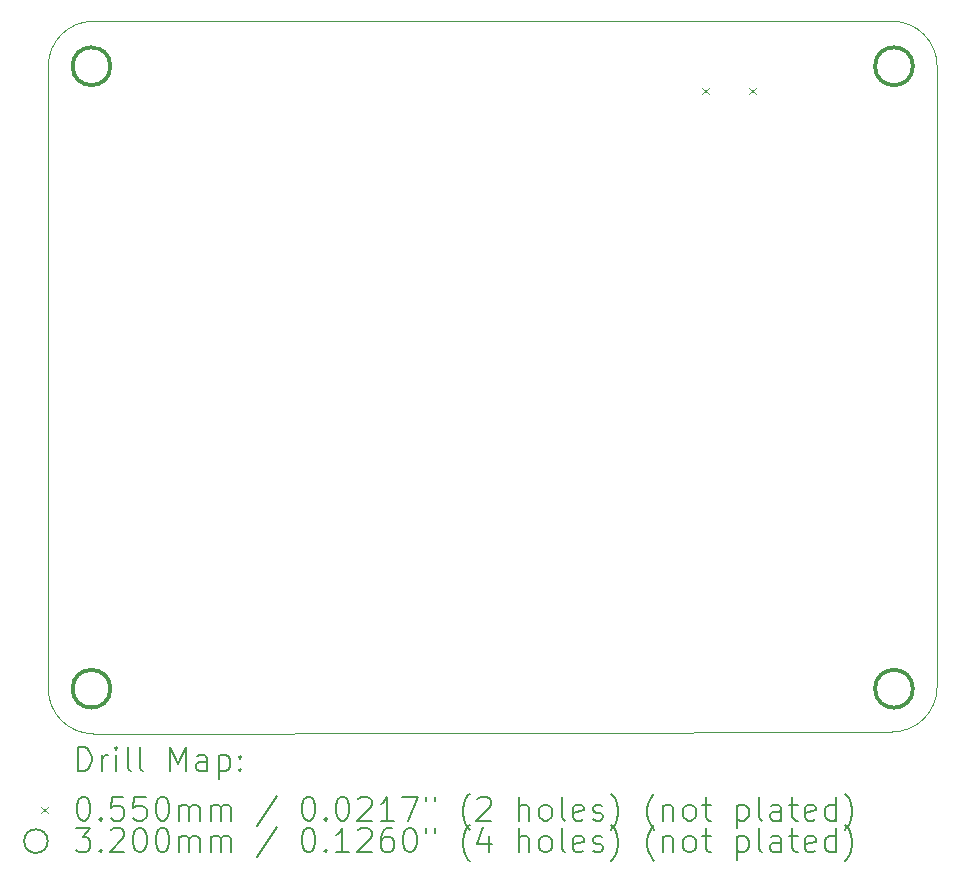
<source format=gbr>
%FSLAX45Y45*%
G04 Gerber Fmt 4.5, Leading zero omitted, Abs format (unit mm)*
G04 Created by KiCad (PCBNEW (6.0.0)) date 2022-03-13 20:46:12*
%MOMM*%
%LPD*%
G01*
G04 APERTURE LIST*
%TA.AperFunction,Profile*%
%ADD10C,0.100000*%
%TD*%
%ADD11C,0.200000*%
%ADD12C,0.055000*%
%ADD13C,0.320000*%
G04 APERTURE END LIST*
D10*
X7414092Y0D02*
G75*
G03*
X7033092Y381000I-381000J0D01*
G01*
X269408Y381000D02*
G75*
G03*
X-111592Y0I0J-381000D01*
G01*
X7033092Y-5636092D02*
X269408Y-5651500D01*
X7033092Y-5636092D02*
G75*
G03*
X7414092Y-5255092I0J381000D01*
G01*
X-111592Y-5270500D02*
X-111592Y0D01*
X269408Y381000D02*
X7033092Y381000D01*
X7414092Y-5255092D02*
X7414092Y0D01*
X-111592Y-5270500D02*
G75*
G03*
X269408Y-5651500I381000J0D01*
G01*
D11*
D12*
X5424000Y-184000D02*
X5479000Y-239000D01*
X5479000Y-184000D02*
X5424000Y-239000D01*
X5824000Y-184000D02*
X5879000Y-239000D01*
X5879000Y-184000D02*
X5824000Y-239000D01*
D13*
X414000Y0D02*
G75*
G03*
X414000Y0I-160000J0D01*
G01*
X414000Y-5270500D02*
G75*
G03*
X414000Y-5270500I-160000J0D01*
G01*
X7208500Y0D02*
G75*
G03*
X7208500Y0I-160000J0D01*
G01*
X7208500Y-5270500D02*
G75*
G03*
X7208500Y-5270500I-160000J0D01*
G01*
D11*
X141027Y-5966976D02*
X141027Y-5766976D01*
X188646Y-5766976D01*
X217217Y-5776500D01*
X236265Y-5795548D01*
X245789Y-5814595D01*
X255312Y-5852690D01*
X255312Y-5881262D01*
X245789Y-5919357D01*
X236265Y-5938405D01*
X217217Y-5957452D01*
X188646Y-5966976D01*
X141027Y-5966976D01*
X341027Y-5966976D02*
X341027Y-5833643D01*
X341027Y-5871738D02*
X350550Y-5852690D01*
X360074Y-5843167D01*
X379122Y-5833643D01*
X398170Y-5833643D01*
X464836Y-5966976D02*
X464836Y-5833643D01*
X464836Y-5766976D02*
X455312Y-5776500D01*
X464836Y-5786024D01*
X474360Y-5776500D01*
X464836Y-5766976D01*
X464836Y-5786024D01*
X588646Y-5966976D02*
X569598Y-5957452D01*
X560074Y-5938405D01*
X560074Y-5766976D01*
X693408Y-5966976D02*
X674360Y-5957452D01*
X664836Y-5938405D01*
X664836Y-5766976D01*
X921979Y-5966976D02*
X921979Y-5766976D01*
X988646Y-5909833D01*
X1055312Y-5766976D01*
X1055312Y-5966976D01*
X1236265Y-5966976D02*
X1236265Y-5862214D01*
X1226741Y-5843167D01*
X1207693Y-5833643D01*
X1169598Y-5833643D01*
X1150551Y-5843167D01*
X1236265Y-5957452D02*
X1217217Y-5966976D01*
X1169598Y-5966976D01*
X1150551Y-5957452D01*
X1141027Y-5938405D01*
X1141027Y-5919357D01*
X1150551Y-5900309D01*
X1169598Y-5890786D01*
X1217217Y-5890786D01*
X1236265Y-5881262D01*
X1331503Y-5833643D02*
X1331503Y-6033643D01*
X1331503Y-5843167D02*
X1350551Y-5833643D01*
X1388646Y-5833643D01*
X1407693Y-5843167D01*
X1417217Y-5852690D01*
X1426741Y-5871738D01*
X1426741Y-5928881D01*
X1417217Y-5947928D01*
X1407693Y-5957452D01*
X1388646Y-5966976D01*
X1350551Y-5966976D01*
X1331503Y-5957452D01*
X1512455Y-5947928D02*
X1521979Y-5957452D01*
X1512455Y-5966976D01*
X1502931Y-5957452D01*
X1512455Y-5947928D01*
X1512455Y-5966976D01*
X1512455Y-5843167D02*
X1521979Y-5852690D01*
X1512455Y-5862214D01*
X1502931Y-5852690D01*
X1512455Y-5843167D01*
X1512455Y-5862214D01*
D12*
X-171592Y-6269000D02*
X-116592Y-6324000D01*
X-116592Y-6269000D02*
X-171592Y-6324000D01*
D11*
X179122Y-6186976D02*
X198170Y-6186976D01*
X217217Y-6196500D01*
X226741Y-6206024D01*
X236265Y-6225071D01*
X245789Y-6263167D01*
X245789Y-6310786D01*
X236265Y-6348881D01*
X226741Y-6367928D01*
X217217Y-6377452D01*
X198170Y-6386976D01*
X179122Y-6386976D01*
X160074Y-6377452D01*
X150551Y-6367928D01*
X141027Y-6348881D01*
X131503Y-6310786D01*
X131503Y-6263167D01*
X141027Y-6225071D01*
X150551Y-6206024D01*
X160074Y-6196500D01*
X179122Y-6186976D01*
X331503Y-6367928D02*
X341027Y-6377452D01*
X331503Y-6386976D01*
X321979Y-6377452D01*
X331503Y-6367928D01*
X331503Y-6386976D01*
X521979Y-6186976D02*
X426741Y-6186976D01*
X417217Y-6282214D01*
X426741Y-6272690D01*
X445789Y-6263167D01*
X493408Y-6263167D01*
X512455Y-6272690D01*
X521979Y-6282214D01*
X531503Y-6301262D01*
X531503Y-6348881D01*
X521979Y-6367928D01*
X512455Y-6377452D01*
X493408Y-6386976D01*
X445789Y-6386976D01*
X426741Y-6377452D01*
X417217Y-6367928D01*
X712455Y-6186976D02*
X617217Y-6186976D01*
X607693Y-6282214D01*
X617217Y-6272690D01*
X636265Y-6263167D01*
X683884Y-6263167D01*
X702931Y-6272690D01*
X712455Y-6282214D01*
X721979Y-6301262D01*
X721979Y-6348881D01*
X712455Y-6367928D01*
X702931Y-6377452D01*
X683884Y-6386976D01*
X636265Y-6386976D01*
X617217Y-6377452D01*
X607693Y-6367928D01*
X845789Y-6186976D02*
X864836Y-6186976D01*
X883884Y-6196500D01*
X893408Y-6206024D01*
X902931Y-6225071D01*
X912455Y-6263167D01*
X912455Y-6310786D01*
X902931Y-6348881D01*
X893408Y-6367928D01*
X883884Y-6377452D01*
X864836Y-6386976D01*
X845789Y-6386976D01*
X826741Y-6377452D01*
X817217Y-6367928D01*
X807693Y-6348881D01*
X798170Y-6310786D01*
X798170Y-6263167D01*
X807693Y-6225071D01*
X817217Y-6206024D01*
X826741Y-6196500D01*
X845789Y-6186976D01*
X998170Y-6386976D02*
X998170Y-6253643D01*
X998170Y-6272690D02*
X1007693Y-6263167D01*
X1026741Y-6253643D01*
X1055312Y-6253643D01*
X1074360Y-6263167D01*
X1083884Y-6282214D01*
X1083884Y-6386976D01*
X1083884Y-6282214D02*
X1093408Y-6263167D01*
X1112455Y-6253643D01*
X1141027Y-6253643D01*
X1160074Y-6263167D01*
X1169598Y-6282214D01*
X1169598Y-6386976D01*
X1264836Y-6386976D02*
X1264836Y-6253643D01*
X1264836Y-6272690D02*
X1274360Y-6263167D01*
X1293408Y-6253643D01*
X1321979Y-6253643D01*
X1341027Y-6263167D01*
X1350551Y-6282214D01*
X1350551Y-6386976D01*
X1350551Y-6282214D02*
X1360074Y-6263167D01*
X1379122Y-6253643D01*
X1407693Y-6253643D01*
X1426741Y-6263167D01*
X1436265Y-6282214D01*
X1436265Y-6386976D01*
X1826741Y-6177452D02*
X1655312Y-6434595D01*
X2083884Y-6186976D02*
X2102932Y-6186976D01*
X2121979Y-6196500D01*
X2131503Y-6206024D01*
X2141027Y-6225071D01*
X2150551Y-6263167D01*
X2150551Y-6310786D01*
X2141027Y-6348881D01*
X2131503Y-6367928D01*
X2121979Y-6377452D01*
X2102932Y-6386976D01*
X2083884Y-6386976D01*
X2064836Y-6377452D01*
X2055312Y-6367928D01*
X2045789Y-6348881D01*
X2036265Y-6310786D01*
X2036265Y-6263167D01*
X2045789Y-6225071D01*
X2055312Y-6206024D01*
X2064836Y-6196500D01*
X2083884Y-6186976D01*
X2236265Y-6367928D02*
X2245789Y-6377452D01*
X2236265Y-6386976D01*
X2226741Y-6377452D01*
X2236265Y-6367928D01*
X2236265Y-6386976D01*
X2369598Y-6186976D02*
X2388646Y-6186976D01*
X2407693Y-6196500D01*
X2417217Y-6206024D01*
X2426741Y-6225071D01*
X2436265Y-6263167D01*
X2436265Y-6310786D01*
X2426741Y-6348881D01*
X2417217Y-6367928D01*
X2407693Y-6377452D01*
X2388646Y-6386976D01*
X2369598Y-6386976D01*
X2350551Y-6377452D01*
X2341027Y-6367928D01*
X2331503Y-6348881D01*
X2321979Y-6310786D01*
X2321979Y-6263167D01*
X2331503Y-6225071D01*
X2341027Y-6206024D01*
X2350551Y-6196500D01*
X2369598Y-6186976D01*
X2512455Y-6206024D02*
X2521979Y-6196500D01*
X2541027Y-6186976D01*
X2588646Y-6186976D01*
X2607693Y-6196500D01*
X2617217Y-6206024D01*
X2626741Y-6225071D01*
X2626741Y-6244119D01*
X2617217Y-6272690D01*
X2502932Y-6386976D01*
X2626741Y-6386976D01*
X2817217Y-6386976D02*
X2702932Y-6386976D01*
X2760074Y-6386976D02*
X2760074Y-6186976D01*
X2741027Y-6215548D01*
X2721979Y-6234595D01*
X2702932Y-6244119D01*
X2883884Y-6186976D02*
X3017217Y-6186976D01*
X2931503Y-6386976D01*
X3083884Y-6186976D02*
X3083884Y-6225071D01*
X3160074Y-6186976D02*
X3160074Y-6225071D01*
X3455312Y-6463167D02*
X3445789Y-6453643D01*
X3426741Y-6425071D01*
X3417217Y-6406024D01*
X3407693Y-6377452D01*
X3398170Y-6329833D01*
X3398170Y-6291738D01*
X3407693Y-6244119D01*
X3417217Y-6215548D01*
X3426741Y-6196500D01*
X3445789Y-6167928D01*
X3455312Y-6158405D01*
X3521979Y-6206024D02*
X3531503Y-6196500D01*
X3550550Y-6186976D01*
X3598170Y-6186976D01*
X3617217Y-6196500D01*
X3626741Y-6206024D01*
X3636265Y-6225071D01*
X3636265Y-6244119D01*
X3626741Y-6272690D01*
X3512455Y-6386976D01*
X3636265Y-6386976D01*
X3874360Y-6386976D02*
X3874360Y-6186976D01*
X3960074Y-6386976D02*
X3960074Y-6282214D01*
X3950550Y-6263167D01*
X3931503Y-6253643D01*
X3902931Y-6253643D01*
X3883884Y-6263167D01*
X3874360Y-6272690D01*
X4083884Y-6386976D02*
X4064836Y-6377452D01*
X4055312Y-6367928D01*
X4045789Y-6348881D01*
X4045789Y-6291738D01*
X4055312Y-6272690D01*
X4064836Y-6263167D01*
X4083884Y-6253643D01*
X4112455Y-6253643D01*
X4131503Y-6263167D01*
X4141027Y-6272690D01*
X4150550Y-6291738D01*
X4150550Y-6348881D01*
X4141027Y-6367928D01*
X4131503Y-6377452D01*
X4112455Y-6386976D01*
X4083884Y-6386976D01*
X4264836Y-6386976D02*
X4245789Y-6377452D01*
X4236265Y-6358405D01*
X4236265Y-6186976D01*
X4417217Y-6377452D02*
X4398170Y-6386976D01*
X4360074Y-6386976D01*
X4341027Y-6377452D01*
X4331503Y-6358405D01*
X4331503Y-6282214D01*
X4341027Y-6263167D01*
X4360074Y-6253643D01*
X4398170Y-6253643D01*
X4417217Y-6263167D01*
X4426741Y-6282214D01*
X4426741Y-6301262D01*
X4331503Y-6320309D01*
X4502932Y-6377452D02*
X4521979Y-6386976D01*
X4560074Y-6386976D01*
X4579122Y-6377452D01*
X4588646Y-6358405D01*
X4588646Y-6348881D01*
X4579122Y-6329833D01*
X4560074Y-6320309D01*
X4531503Y-6320309D01*
X4512455Y-6310786D01*
X4502932Y-6291738D01*
X4502932Y-6282214D01*
X4512455Y-6263167D01*
X4531503Y-6253643D01*
X4560074Y-6253643D01*
X4579122Y-6263167D01*
X4655312Y-6463167D02*
X4664836Y-6453643D01*
X4683884Y-6425071D01*
X4693408Y-6406024D01*
X4702932Y-6377452D01*
X4712455Y-6329833D01*
X4712455Y-6291738D01*
X4702932Y-6244119D01*
X4693408Y-6215548D01*
X4683884Y-6196500D01*
X4664836Y-6167928D01*
X4655312Y-6158405D01*
X5017217Y-6463167D02*
X5007693Y-6453643D01*
X4988646Y-6425071D01*
X4979122Y-6406024D01*
X4969598Y-6377452D01*
X4960074Y-6329833D01*
X4960074Y-6291738D01*
X4969598Y-6244119D01*
X4979122Y-6215548D01*
X4988646Y-6196500D01*
X5007693Y-6167928D01*
X5017217Y-6158405D01*
X5093408Y-6253643D02*
X5093408Y-6386976D01*
X5093408Y-6272690D02*
X5102932Y-6263167D01*
X5121979Y-6253643D01*
X5150551Y-6253643D01*
X5169598Y-6263167D01*
X5179122Y-6282214D01*
X5179122Y-6386976D01*
X5302932Y-6386976D02*
X5283884Y-6377452D01*
X5274360Y-6367928D01*
X5264836Y-6348881D01*
X5264836Y-6291738D01*
X5274360Y-6272690D01*
X5283884Y-6263167D01*
X5302932Y-6253643D01*
X5331503Y-6253643D01*
X5350551Y-6263167D01*
X5360074Y-6272690D01*
X5369598Y-6291738D01*
X5369598Y-6348881D01*
X5360074Y-6367928D01*
X5350551Y-6377452D01*
X5331503Y-6386976D01*
X5302932Y-6386976D01*
X5426741Y-6253643D02*
X5502932Y-6253643D01*
X5455312Y-6186976D02*
X5455312Y-6358405D01*
X5464836Y-6377452D01*
X5483884Y-6386976D01*
X5502932Y-6386976D01*
X5721979Y-6253643D02*
X5721979Y-6453643D01*
X5721979Y-6263167D02*
X5741027Y-6253643D01*
X5779122Y-6253643D01*
X5798170Y-6263167D01*
X5807693Y-6272690D01*
X5817217Y-6291738D01*
X5817217Y-6348881D01*
X5807693Y-6367928D01*
X5798170Y-6377452D01*
X5779122Y-6386976D01*
X5741027Y-6386976D01*
X5721979Y-6377452D01*
X5931503Y-6386976D02*
X5912455Y-6377452D01*
X5902931Y-6358405D01*
X5902931Y-6186976D01*
X6093408Y-6386976D02*
X6093408Y-6282214D01*
X6083884Y-6263167D01*
X6064836Y-6253643D01*
X6026741Y-6253643D01*
X6007693Y-6263167D01*
X6093408Y-6377452D02*
X6074360Y-6386976D01*
X6026741Y-6386976D01*
X6007693Y-6377452D01*
X5998170Y-6358405D01*
X5998170Y-6339357D01*
X6007693Y-6320309D01*
X6026741Y-6310786D01*
X6074360Y-6310786D01*
X6093408Y-6301262D01*
X6160074Y-6253643D02*
X6236265Y-6253643D01*
X6188646Y-6186976D02*
X6188646Y-6358405D01*
X6198170Y-6377452D01*
X6217217Y-6386976D01*
X6236265Y-6386976D01*
X6379122Y-6377452D02*
X6360074Y-6386976D01*
X6321979Y-6386976D01*
X6302931Y-6377452D01*
X6293408Y-6358405D01*
X6293408Y-6282214D01*
X6302931Y-6263167D01*
X6321979Y-6253643D01*
X6360074Y-6253643D01*
X6379122Y-6263167D01*
X6388646Y-6282214D01*
X6388646Y-6301262D01*
X6293408Y-6320309D01*
X6560074Y-6386976D02*
X6560074Y-6186976D01*
X6560074Y-6377452D02*
X6541027Y-6386976D01*
X6502931Y-6386976D01*
X6483884Y-6377452D01*
X6474360Y-6367928D01*
X6464836Y-6348881D01*
X6464836Y-6291738D01*
X6474360Y-6272690D01*
X6483884Y-6263167D01*
X6502931Y-6253643D01*
X6541027Y-6253643D01*
X6560074Y-6263167D01*
X6636265Y-6463167D02*
X6645789Y-6453643D01*
X6664836Y-6425071D01*
X6674360Y-6406024D01*
X6683884Y-6377452D01*
X6693408Y-6329833D01*
X6693408Y-6291738D01*
X6683884Y-6244119D01*
X6674360Y-6215548D01*
X6664836Y-6196500D01*
X6645789Y-6167928D01*
X6636265Y-6158405D01*
X-116592Y-6560500D02*
G75*
G03*
X-116592Y-6560500I-100000J0D01*
G01*
X121979Y-6450976D02*
X245789Y-6450976D01*
X179122Y-6527167D01*
X207693Y-6527167D01*
X226741Y-6536690D01*
X236265Y-6546214D01*
X245789Y-6565262D01*
X245789Y-6612881D01*
X236265Y-6631928D01*
X226741Y-6641452D01*
X207693Y-6650976D01*
X150551Y-6650976D01*
X131503Y-6641452D01*
X121979Y-6631928D01*
X331503Y-6631928D02*
X341027Y-6641452D01*
X331503Y-6650976D01*
X321979Y-6641452D01*
X331503Y-6631928D01*
X331503Y-6650976D01*
X417217Y-6470024D02*
X426741Y-6460500D01*
X445789Y-6450976D01*
X493408Y-6450976D01*
X512455Y-6460500D01*
X521979Y-6470024D01*
X531503Y-6489071D01*
X531503Y-6508119D01*
X521979Y-6536690D01*
X407693Y-6650976D01*
X531503Y-6650976D01*
X655312Y-6450976D02*
X674360Y-6450976D01*
X693408Y-6460500D01*
X702931Y-6470024D01*
X712455Y-6489071D01*
X721979Y-6527167D01*
X721979Y-6574786D01*
X712455Y-6612881D01*
X702931Y-6631928D01*
X693408Y-6641452D01*
X674360Y-6650976D01*
X655312Y-6650976D01*
X636265Y-6641452D01*
X626741Y-6631928D01*
X617217Y-6612881D01*
X607693Y-6574786D01*
X607693Y-6527167D01*
X617217Y-6489071D01*
X626741Y-6470024D01*
X636265Y-6460500D01*
X655312Y-6450976D01*
X845789Y-6450976D02*
X864836Y-6450976D01*
X883884Y-6460500D01*
X893408Y-6470024D01*
X902931Y-6489071D01*
X912455Y-6527167D01*
X912455Y-6574786D01*
X902931Y-6612881D01*
X893408Y-6631928D01*
X883884Y-6641452D01*
X864836Y-6650976D01*
X845789Y-6650976D01*
X826741Y-6641452D01*
X817217Y-6631928D01*
X807693Y-6612881D01*
X798170Y-6574786D01*
X798170Y-6527167D01*
X807693Y-6489071D01*
X817217Y-6470024D01*
X826741Y-6460500D01*
X845789Y-6450976D01*
X998170Y-6650976D02*
X998170Y-6517643D01*
X998170Y-6536690D02*
X1007693Y-6527167D01*
X1026741Y-6517643D01*
X1055312Y-6517643D01*
X1074360Y-6527167D01*
X1083884Y-6546214D01*
X1083884Y-6650976D01*
X1083884Y-6546214D02*
X1093408Y-6527167D01*
X1112455Y-6517643D01*
X1141027Y-6517643D01*
X1160074Y-6527167D01*
X1169598Y-6546214D01*
X1169598Y-6650976D01*
X1264836Y-6650976D02*
X1264836Y-6517643D01*
X1264836Y-6536690D02*
X1274360Y-6527167D01*
X1293408Y-6517643D01*
X1321979Y-6517643D01*
X1341027Y-6527167D01*
X1350551Y-6546214D01*
X1350551Y-6650976D01*
X1350551Y-6546214D02*
X1360074Y-6527167D01*
X1379122Y-6517643D01*
X1407693Y-6517643D01*
X1426741Y-6527167D01*
X1436265Y-6546214D01*
X1436265Y-6650976D01*
X1826741Y-6441452D02*
X1655312Y-6698595D01*
X2083884Y-6450976D02*
X2102932Y-6450976D01*
X2121979Y-6460500D01*
X2131503Y-6470024D01*
X2141027Y-6489071D01*
X2150551Y-6527167D01*
X2150551Y-6574786D01*
X2141027Y-6612881D01*
X2131503Y-6631928D01*
X2121979Y-6641452D01*
X2102932Y-6650976D01*
X2083884Y-6650976D01*
X2064836Y-6641452D01*
X2055312Y-6631928D01*
X2045789Y-6612881D01*
X2036265Y-6574786D01*
X2036265Y-6527167D01*
X2045789Y-6489071D01*
X2055312Y-6470024D01*
X2064836Y-6460500D01*
X2083884Y-6450976D01*
X2236265Y-6631928D02*
X2245789Y-6641452D01*
X2236265Y-6650976D01*
X2226741Y-6641452D01*
X2236265Y-6631928D01*
X2236265Y-6650976D01*
X2436265Y-6650976D02*
X2321979Y-6650976D01*
X2379122Y-6650976D02*
X2379122Y-6450976D01*
X2360074Y-6479548D01*
X2341027Y-6498595D01*
X2321979Y-6508119D01*
X2512455Y-6470024D02*
X2521979Y-6460500D01*
X2541027Y-6450976D01*
X2588646Y-6450976D01*
X2607693Y-6460500D01*
X2617217Y-6470024D01*
X2626741Y-6489071D01*
X2626741Y-6508119D01*
X2617217Y-6536690D01*
X2502932Y-6650976D01*
X2626741Y-6650976D01*
X2798170Y-6450976D02*
X2760074Y-6450976D01*
X2741027Y-6460500D01*
X2731503Y-6470024D01*
X2712455Y-6498595D01*
X2702932Y-6536690D01*
X2702932Y-6612881D01*
X2712455Y-6631928D01*
X2721979Y-6641452D01*
X2741027Y-6650976D01*
X2779122Y-6650976D01*
X2798170Y-6641452D01*
X2807693Y-6631928D01*
X2817217Y-6612881D01*
X2817217Y-6565262D01*
X2807693Y-6546214D01*
X2798170Y-6536690D01*
X2779122Y-6527167D01*
X2741027Y-6527167D01*
X2721979Y-6536690D01*
X2712455Y-6546214D01*
X2702932Y-6565262D01*
X2941027Y-6450976D02*
X2960074Y-6450976D01*
X2979122Y-6460500D01*
X2988646Y-6470024D01*
X2998170Y-6489071D01*
X3007693Y-6527167D01*
X3007693Y-6574786D01*
X2998170Y-6612881D01*
X2988646Y-6631928D01*
X2979122Y-6641452D01*
X2960074Y-6650976D01*
X2941027Y-6650976D01*
X2921979Y-6641452D01*
X2912455Y-6631928D01*
X2902931Y-6612881D01*
X2893408Y-6574786D01*
X2893408Y-6527167D01*
X2902931Y-6489071D01*
X2912455Y-6470024D01*
X2921979Y-6460500D01*
X2941027Y-6450976D01*
X3083884Y-6450976D02*
X3083884Y-6489071D01*
X3160074Y-6450976D02*
X3160074Y-6489071D01*
X3455312Y-6727167D02*
X3445789Y-6717643D01*
X3426741Y-6689071D01*
X3417217Y-6670024D01*
X3407693Y-6641452D01*
X3398170Y-6593833D01*
X3398170Y-6555738D01*
X3407693Y-6508119D01*
X3417217Y-6479548D01*
X3426741Y-6460500D01*
X3445789Y-6431928D01*
X3455312Y-6422405D01*
X3617217Y-6517643D02*
X3617217Y-6650976D01*
X3569598Y-6441452D02*
X3521979Y-6584309D01*
X3645789Y-6584309D01*
X3874360Y-6650976D02*
X3874360Y-6450976D01*
X3960074Y-6650976D02*
X3960074Y-6546214D01*
X3950550Y-6527167D01*
X3931503Y-6517643D01*
X3902931Y-6517643D01*
X3883884Y-6527167D01*
X3874360Y-6536690D01*
X4083884Y-6650976D02*
X4064836Y-6641452D01*
X4055312Y-6631928D01*
X4045789Y-6612881D01*
X4045789Y-6555738D01*
X4055312Y-6536690D01*
X4064836Y-6527167D01*
X4083884Y-6517643D01*
X4112455Y-6517643D01*
X4131503Y-6527167D01*
X4141027Y-6536690D01*
X4150550Y-6555738D01*
X4150550Y-6612881D01*
X4141027Y-6631928D01*
X4131503Y-6641452D01*
X4112455Y-6650976D01*
X4083884Y-6650976D01*
X4264836Y-6650976D02*
X4245789Y-6641452D01*
X4236265Y-6622405D01*
X4236265Y-6450976D01*
X4417217Y-6641452D02*
X4398170Y-6650976D01*
X4360074Y-6650976D01*
X4341027Y-6641452D01*
X4331503Y-6622405D01*
X4331503Y-6546214D01*
X4341027Y-6527167D01*
X4360074Y-6517643D01*
X4398170Y-6517643D01*
X4417217Y-6527167D01*
X4426741Y-6546214D01*
X4426741Y-6565262D01*
X4331503Y-6584309D01*
X4502932Y-6641452D02*
X4521979Y-6650976D01*
X4560074Y-6650976D01*
X4579122Y-6641452D01*
X4588646Y-6622405D01*
X4588646Y-6612881D01*
X4579122Y-6593833D01*
X4560074Y-6584309D01*
X4531503Y-6584309D01*
X4512455Y-6574786D01*
X4502932Y-6555738D01*
X4502932Y-6546214D01*
X4512455Y-6527167D01*
X4531503Y-6517643D01*
X4560074Y-6517643D01*
X4579122Y-6527167D01*
X4655312Y-6727167D02*
X4664836Y-6717643D01*
X4683884Y-6689071D01*
X4693408Y-6670024D01*
X4702932Y-6641452D01*
X4712455Y-6593833D01*
X4712455Y-6555738D01*
X4702932Y-6508119D01*
X4693408Y-6479548D01*
X4683884Y-6460500D01*
X4664836Y-6431928D01*
X4655312Y-6422405D01*
X5017217Y-6727167D02*
X5007693Y-6717643D01*
X4988646Y-6689071D01*
X4979122Y-6670024D01*
X4969598Y-6641452D01*
X4960074Y-6593833D01*
X4960074Y-6555738D01*
X4969598Y-6508119D01*
X4979122Y-6479548D01*
X4988646Y-6460500D01*
X5007693Y-6431928D01*
X5017217Y-6422405D01*
X5093408Y-6517643D02*
X5093408Y-6650976D01*
X5093408Y-6536690D02*
X5102932Y-6527167D01*
X5121979Y-6517643D01*
X5150551Y-6517643D01*
X5169598Y-6527167D01*
X5179122Y-6546214D01*
X5179122Y-6650976D01*
X5302932Y-6650976D02*
X5283884Y-6641452D01*
X5274360Y-6631928D01*
X5264836Y-6612881D01*
X5264836Y-6555738D01*
X5274360Y-6536690D01*
X5283884Y-6527167D01*
X5302932Y-6517643D01*
X5331503Y-6517643D01*
X5350551Y-6527167D01*
X5360074Y-6536690D01*
X5369598Y-6555738D01*
X5369598Y-6612881D01*
X5360074Y-6631928D01*
X5350551Y-6641452D01*
X5331503Y-6650976D01*
X5302932Y-6650976D01*
X5426741Y-6517643D02*
X5502932Y-6517643D01*
X5455312Y-6450976D02*
X5455312Y-6622405D01*
X5464836Y-6641452D01*
X5483884Y-6650976D01*
X5502932Y-6650976D01*
X5721979Y-6517643D02*
X5721979Y-6717643D01*
X5721979Y-6527167D02*
X5741027Y-6517643D01*
X5779122Y-6517643D01*
X5798170Y-6527167D01*
X5807693Y-6536690D01*
X5817217Y-6555738D01*
X5817217Y-6612881D01*
X5807693Y-6631928D01*
X5798170Y-6641452D01*
X5779122Y-6650976D01*
X5741027Y-6650976D01*
X5721979Y-6641452D01*
X5931503Y-6650976D02*
X5912455Y-6641452D01*
X5902931Y-6622405D01*
X5902931Y-6450976D01*
X6093408Y-6650976D02*
X6093408Y-6546214D01*
X6083884Y-6527167D01*
X6064836Y-6517643D01*
X6026741Y-6517643D01*
X6007693Y-6527167D01*
X6093408Y-6641452D02*
X6074360Y-6650976D01*
X6026741Y-6650976D01*
X6007693Y-6641452D01*
X5998170Y-6622405D01*
X5998170Y-6603357D01*
X6007693Y-6584309D01*
X6026741Y-6574786D01*
X6074360Y-6574786D01*
X6093408Y-6565262D01*
X6160074Y-6517643D02*
X6236265Y-6517643D01*
X6188646Y-6450976D02*
X6188646Y-6622405D01*
X6198170Y-6641452D01*
X6217217Y-6650976D01*
X6236265Y-6650976D01*
X6379122Y-6641452D02*
X6360074Y-6650976D01*
X6321979Y-6650976D01*
X6302931Y-6641452D01*
X6293408Y-6622405D01*
X6293408Y-6546214D01*
X6302931Y-6527167D01*
X6321979Y-6517643D01*
X6360074Y-6517643D01*
X6379122Y-6527167D01*
X6388646Y-6546214D01*
X6388646Y-6565262D01*
X6293408Y-6584309D01*
X6560074Y-6650976D02*
X6560074Y-6450976D01*
X6560074Y-6641452D02*
X6541027Y-6650976D01*
X6502931Y-6650976D01*
X6483884Y-6641452D01*
X6474360Y-6631928D01*
X6464836Y-6612881D01*
X6464836Y-6555738D01*
X6474360Y-6536690D01*
X6483884Y-6527167D01*
X6502931Y-6517643D01*
X6541027Y-6517643D01*
X6560074Y-6527167D01*
X6636265Y-6727167D02*
X6645789Y-6717643D01*
X6664836Y-6689071D01*
X6674360Y-6670024D01*
X6683884Y-6641452D01*
X6693408Y-6593833D01*
X6693408Y-6555738D01*
X6683884Y-6508119D01*
X6674360Y-6479548D01*
X6664836Y-6460500D01*
X6645789Y-6431928D01*
X6636265Y-6422405D01*
M02*

</source>
